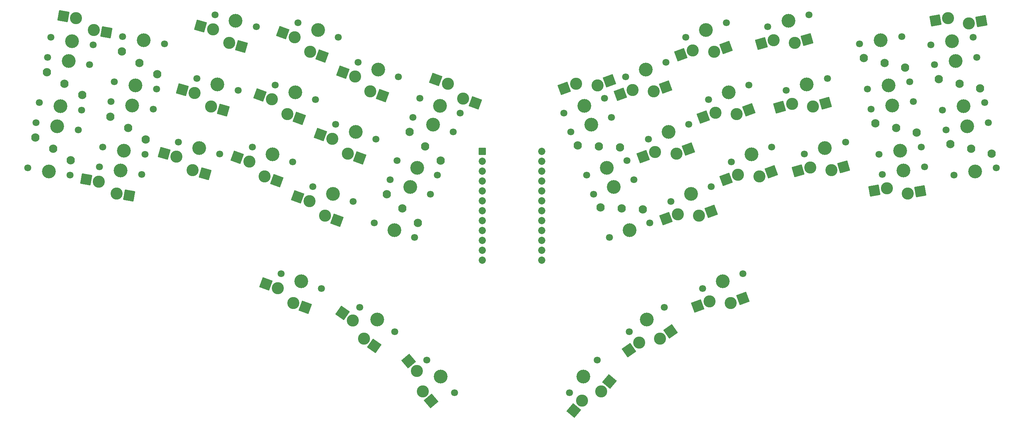
<source format=gbr>
%TF.GenerationSoftware,KiCad,Pcbnew,9.0.2*%
%TF.CreationDate,2025-06-13T21:11:19+02:00*%
%TF.ProjectId,quacken_pcb,71756163-6b65-46e5-9f70-63622e6b6963,v1.0.0*%
%TF.SameCoordinates,Original*%
%TF.FileFunction,Soldermask,Bot*%
%TF.FilePolarity,Negative*%
%FSLAX46Y46*%
G04 Gerber Fmt 4.6, Leading zero omitted, Abs format (unit mm)*
G04 Created by KiCad (PCBNEW 9.0.2) date 2025-06-13 21:11:19*
%MOMM*%
%LPD*%
G01*
G04 APERTURE LIST*
G04 Aperture macros list*
%AMRoundRect*
0 Rectangle with rounded corners*
0 $1 Rounding radius*
0 $2 $3 $4 $5 $6 $7 $8 $9 X,Y pos of 4 corners*
0 Add a 4 corners polygon primitive as box body*
4,1,4,$2,$3,$4,$5,$6,$7,$8,$9,$2,$3,0*
0 Add four circle primitives for the rounded corners*
1,1,$1+$1,$2,$3*
1,1,$1+$1,$4,$5*
1,1,$1+$1,$6,$7*
1,1,$1+$1,$8,$9*
0 Add four rect primitives between the rounded corners*
20,1,$1+$1,$2,$3,$4,$5,0*
20,1,$1+$1,$4,$5,$6,$7,0*
20,1,$1+$1,$6,$7,$8,$9,0*
20,1,$1+$1,$8,$9,$2,$3,0*%
G04 Aperture macros list end*
%ADD10C,1.801800*%
%ADD11C,3.100000*%
%ADD12C,3.529000*%
%ADD13RoundRect,0.050000X0.776974X1.666227X-1.666227X0.776974X-0.776974X-1.666227X1.666227X-0.776974X0*%
%ADD14C,2.132000*%
%ADD15RoundRect,0.050000X1.666227X0.776974X-0.776974X1.666227X-1.666227X-0.776974X0.776974X-1.666227X0*%
%ADD16RoundRect,0.050000X1.810547X0.319248X-0.319248X1.810547X-1.810547X-0.319248X0.319248X-1.810547X0*%
%ADD17RoundRect,0.050000X1.607969X0.891312X-0.891312X1.607969X-1.607969X-0.891312X0.891312X-1.607969X0*%
%ADD18RoundRect,0.050000X-1.505993X-1.054507X1.054507X-1.505993X1.505993X1.054507X-1.054507X1.505993X0*%
%ADD19RoundRect,0.050000X-0.876300X0.876300X-0.876300X-0.876300X0.876300X-0.876300X0.876300X0.876300X0*%
%ADD20C,1.852600*%
%ADD21RoundRect,0.050000X-0.160234X1.831482X-1.831482X-0.160234X0.160234X-1.831482X1.831482X0.160234X0*%
%ADD22RoundRect,0.050000X1.054507X1.505993X-1.505993X1.054507X-1.054507X-1.505993X1.505993X-1.054507X0*%
%ADD23RoundRect,0.050000X1.505993X1.054507X-1.054507X1.505993X-1.505993X-1.054507X1.054507X-1.505993X0*%
%ADD24RoundRect,0.050000X-0.776974X-1.666227X1.666227X-0.776974X0.776974X1.666227X-1.666227X0.776974X0*%
%ADD25RoundRect,0.050000X1.831482X-0.160234X0.160234X1.831482X-1.831482X0.160234X-0.160234X-1.831482X0*%
%ADD26RoundRect,0.050000X0.319248X1.810547X-1.810547X0.319248X-0.319248X-1.810547X1.810547X-0.319248X0*%
%ADD27RoundRect,0.050000X0.891312X1.607969X-1.607969X0.891312X-0.891312X-1.607969X1.607969X-0.891312X0*%
%ADD28RoundRect,0.050000X-1.054507X-1.505993X1.505993X-1.054507X1.054507X1.505993X-1.505993X1.054507X0*%
%ADD29RoundRect,0.050000X-1.666227X-0.776974X0.776974X-1.666227X1.666227X0.776974X-0.776974X1.666227X0*%
G04 APERTURE END LIST*
D10*
%TO.C,S20*%
X252733105Y-94236241D03*
D11*
X249599816Y-101708523D03*
D12*
X247564796Y-96117353D03*
D11*
X244148909Y-101351301D03*
D10*
X242396487Y-97998465D03*
D13*
X252677309Y-100588408D03*
X241071414Y-102471419D03*
%TD*%
D10*
%TO.C,S23*%
X237272225Y-104386292D03*
D11*
X234138936Y-111858574D03*
D12*
X232103916Y-106267404D03*
D11*
X228688029Y-111501352D03*
D10*
X226935607Y-108148516D03*
D13*
X237216429Y-110738459D03*
X225610534Y-112621470D03*
%TD*%
D10*
%TO.C,S27*%
X105843138Y-116424661D03*
X103794087Y-128045393D03*
D12*
X100426695Y-115469596D03*
X98377643Y-127090326D03*
D10*
X92961204Y-126135262D03*
X95010252Y-114514531D03*
D14*
X94842790Y-118343623D03*
X99402171Y-121279962D03*
X103961547Y-124216299D03*
%TD*%
D10*
%TO.C,S9*%
X162915234Y-124123286D03*
D11*
X155711909Y-127833349D03*
D12*
X157746928Y-122242178D03*
D11*
X151765890Y-124055925D03*
D10*
X152578622Y-120361070D03*
D15*
X158789401Y-128953464D03*
X148688396Y-122935808D03*
%TD*%
D10*
%TO.C,S12*%
X167787136Y-173616904D03*
D12*
X163281799Y-170462238D03*
D11*
X159869016Y-175336193D03*
X157035129Y-170666176D03*
D10*
X158776462Y-167307572D03*
D16*
X162551742Y-177214653D03*
X154352402Y-168787714D03*
%TD*%
D10*
%TO.C,S3*%
X127600179Y-111584554D03*
D11*
X120673199Y-115788053D03*
D12*
X122313240Y-110068548D03*
D11*
X116473290Y-112295091D03*
D10*
X117026301Y-108552542D03*
D17*
X123821330Y-116690767D03*
X113325159Y-111392382D03*
%TD*%
D10*
%TO.C,S28*%
X108795143Y-99682928D03*
X106746092Y-111303660D03*
D12*
X103378700Y-98727863D03*
X101329648Y-110348593D03*
D10*
X95913209Y-109393529D03*
X97962257Y-97772798D03*
D14*
X97794795Y-101601890D03*
X102354176Y-104538229D03*
X106913552Y-107474566D03*
%TD*%
D10*
%TO.C,S37*%
X218747772Y-138281125D03*
X222783611Y-149369500D03*
D12*
X227951920Y-147488388D03*
X223916083Y-136400014D03*
D10*
X229084392Y-134518906D03*
X233120229Y-145607276D03*
D14*
X231350707Y-142207455D03*
X225934003Y-141944201D03*
X220517295Y-141680950D03*
%TD*%
D10*
%TO.C,S39*%
X79645322Y-97995488D03*
D11*
X86094972Y-93090946D03*
D12*
X85061765Y-98950553D03*
D11*
X90636983Y-96125765D03*
D10*
X90478208Y-99905618D03*
D18*
X82869727Y-92522249D03*
X93862228Y-96694462D03*
%TD*%
D19*
%TO.C,MCU1*%
X190212593Y-127246948D03*
D20*
X190212592Y-129786947D03*
X190212591Y-132326949D03*
X190212591Y-134866948D03*
X190212589Y-137406947D03*
X190212594Y-139946948D03*
X190212594Y-142486947D03*
X190212591Y-145026950D03*
X190212592Y-147566950D03*
X190212591Y-150106948D03*
X190212591Y-152646949D03*
X190212591Y-155186949D03*
X205452593Y-127246947D03*
X205452593Y-129786947D03*
X205452593Y-132326948D03*
X205452592Y-134866946D03*
X205452593Y-137406946D03*
X205452590Y-139946949D03*
X205452590Y-142486948D03*
X205452595Y-145026949D03*
X205452593Y-147566948D03*
X205452593Y-150106947D03*
X205452592Y-152646949D03*
X205452591Y-155186948D03*
%TD*%
D10*
%TO.C,S26*%
X219650830Y-180837103D03*
D12*
X216115496Y-185050348D03*
D11*
X220673458Y-188874935D03*
X215774226Y-191291024D03*
D10*
X212580162Y-189263593D03*
D21*
X222778588Y-186366139D03*
X213669092Y-193799821D03*
%TD*%
D10*
%TO.C,S7*%
X153268703Y-97998450D03*
D11*
X146065378Y-101708513D03*
D12*
X148100397Y-96117342D03*
D11*
X142119359Y-97931089D03*
D10*
X142932091Y-94236234D03*
D15*
X149142870Y-102828628D03*
X139041865Y-96810972D03*
%TD*%
D10*
%TO.C,S30*%
X297702926Y-97772797D03*
X299751971Y-109393528D03*
D12*
X292286482Y-98727860D03*
X294335527Y-110348593D03*
D10*
X288919088Y-111303654D03*
X286870038Y-99682923D03*
D14*
X288022306Y-103338371D03*
X293311006Y-104538226D03*
X298599707Y-105738081D03*
%TD*%
D10*
%TO.C,S8*%
X157100897Y-140098060D03*
D11*
X149897572Y-143808123D03*
D12*
X151932591Y-138216952D03*
D11*
X145951553Y-140030699D03*
D10*
X146764285Y-136335844D03*
D15*
X152975064Y-144928238D03*
X142874059Y-138910582D03*
%TD*%
D10*
%TO.C,S22*%
X243086560Y-120361063D03*
D11*
X239953271Y-127833345D03*
D12*
X237918251Y-122242175D03*
D11*
X234502364Y-127476123D03*
D10*
X232749942Y-124123287D03*
D13*
X243030764Y-126713230D03*
X231424869Y-128596241D03*
%TD*%
D10*
%TO.C,S10*%
X168729586Y-108148510D03*
D11*
X161526261Y-111858573D03*
D12*
X163561280Y-106267402D03*
D11*
X157580242Y-108081149D03*
D10*
X158392974Y-104386294D03*
D15*
X164603753Y-112978688D03*
X154502748Y-106961032D03*
%TD*%
D10*
%TO.C,S11*%
X148960826Y-162462735D03*
D11*
X141757501Y-166172798D03*
D12*
X143792520Y-160581627D03*
D11*
X137811482Y-162395374D03*
D10*
X138624214Y-158700519D03*
D15*
X144834993Y-167292913D03*
X134733988Y-161275257D03*
%TD*%
D10*
%TO.C,S14*%
X303606964Y-131256269D03*
D11*
X299223727Y-138070937D03*
D12*
X298190520Y-132211332D03*
D11*
X293917662Y-136772602D03*
D10*
X292774076Y-133166395D03*
D22*
X302448976Y-137502239D03*
X290692417Y-137341300D03*
%TD*%
D10*
%TO.C,S32*%
X76693306Y-114737210D03*
X78742357Y-103116478D03*
D12*
X82109749Y-115692275D03*
X84158801Y-104071545D03*
D10*
X89575240Y-105026609D03*
X87526192Y-116647340D03*
D14*
X87693654Y-112818248D03*
X83134273Y-109881909D03*
X78574897Y-106945572D03*
%TD*%
D10*
%TO.C,S33*%
X166580799Y-134518915D03*
X162544962Y-145607291D03*
D12*
X171749106Y-136400025D03*
X167713269Y-147488399D03*
D10*
X172881576Y-149369507D03*
X176917415Y-138281137D03*
D14*
X173711409Y-145627670D03*
X169731187Y-141944212D03*
X165750967Y-138260760D03*
%TD*%
D10*
%TO.C,S35*%
X311091022Y-133389077D03*
X309041977Y-121768346D03*
D12*
X316507466Y-132434014D03*
X314458421Y-120813281D03*
D10*
X319874860Y-119858220D03*
X321923910Y-131478951D03*
D14*
X320771642Y-127823503D03*
X315482942Y-126623648D03*
X310194241Y-125423793D03*
%TD*%
D10*
%TO.C,S1*%
X102891117Y-133166396D03*
D11*
X96441467Y-138070938D03*
D12*
X97474674Y-132211331D03*
D11*
X91899456Y-135036119D03*
D10*
X92058231Y-131256266D03*
D23*
X99666712Y-138639635D03*
X88674211Y-134467422D03*
%TD*%
D10*
%TO.C,S21*%
X248900905Y-136335842D03*
D11*
X245767616Y-143808124D03*
D12*
X243732596Y-138216954D03*
D11*
X240316709Y-143450902D03*
D10*
X238564287Y-140098066D03*
D13*
X248845109Y-142688009D03*
X237239214Y-144571020D03*
%TD*%
D10*
%TO.C,S18*%
X264361790Y-126185788D03*
D11*
X261228501Y-133658070D03*
D12*
X259193481Y-128066900D03*
D11*
X255777594Y-133300848D03*
D10*
X254025172Y-129948012D03*
D13*
X264305994Y-132537955D03*
X252700099Y-134420966D03*
%TD*%
D10*
%TO.C,S34*%
X172395139Y-118544133D03*
X168359302Y-129632509D03*
D12*
X177563446Y-120425243D03*
X173527609Y-131513617D03*
D10*
X178695916Y-133394725D03*
X182731755Y-122306355D03*
D14*
X179525749Y-129652888D03*
X175545527Y-125969430D03*
X171565307Y-122285978D03*
%TD*%
D10*
%TO.C,S24*%
X257040989Y-158700522D03*
D11*
X253907700Y-166172804D03*
D12*
X251872680Y-160581634D03*
D11*
X248456793Y-165815582D03*
D10*
X246704371Y-162462746D03*
D13*
X256985193Y-165052689D03*
X245379298Y-166935700D03*
%TD*%
D10*
%TO.C,S42*%
X211154933Y-117419957D03*
D11*
X214288222Y-109947675D03*
D12*
X216323242Y-115538845D03*
D11*
X219739129Y-110304897D03*
D10*
X221491551Y-113657733D03*
D24*
X211210729Y-111067790D03*
X222816624Y-109184779D03*
%TD*%
D10*
%TO.C,S38*%
X212933434Y-122306351D03*
X216969273Y-133394726D03*
D12*
X222137582Y-131513614D03*
X218101745Y-120425240D03*
D10*
X223270054Y-118544132D03*
X227305891Y-129632502D03*
D14*
X225536369Y-126232681D03*
X220119665Y-125969427D03*
X214702957Y-125706176D03*
%TD*%
D10*
%TO.C,S13*%
X183085031Y-189263600D03*
D11*
X174991736Y-188874940D03*
D12*
X179549698Y-185050356D03*
D11*
X173463094Y-183630589D03*
D10*
X176014365Y-180837112D03*
D25*
X177096863Y-191383739D03*
X171357966Y-181121789D03*
%TD*%
D10*
%TO.C,S4*%
X132286027Y-95243116D03*
D11*
X125359047Y-99446615D03*
D12*
X126999088Y-93727110D03*
D11*
X121159138Y-95953653D03*
D10*
X121712149Y-92211104D03*
D17*
X128507178Y-100349329D03*
X118011007Y-95050944D03*
%TD*%
D10*
%TO.C,S25*%
X236888729Y-167307560D03*
D11*
X235796173Y-175336185D03*
D12*
X232383393Y-170462230D03*
D11*
X230438542Y-176401933D03*
D10*
X227878057Y-173616900D03*
D26*
X238478895Y-173457721D03*
X227755820Y-178280394D03*
%TD*%
D10*
%TO.C,S17*%
X273953047Y-92211091D03*
D11*
X270306152Y-99446605D03*
D12*
X268666109Y-93727097D03*
D11*
X264893441Y-98710015D03*
D10*
X263379171Y-95243103D03*
D27*
X273454286Y-98543891D03*
X261745308Y-99612726D03*
%TD*%
D10*
%TO.C,S6*%
X147454360Y-113973229D03*
D11*
X140251035Y-117683292D03*
D12*
X142286054Y-112092121D03*
D11*
X136305016Y-113905868D03*
D10*
X137117748Y-110211013D03*
D15*
X143328527Y-118803407D03*
X133227522Y-112785751D03*
%TD*%
D10*
%TO.C,S36*%
X308138996Y-116647334D03*
X306089951Y-105026603D03*
D12*
X313555440Y-115692271D03*
X311506395Y-104071538D03*
D10*
X316922834Y-103116477D03*
X318971884Y-114737208D03*
D14*
X317819616Y-111081760D03*
X312530916Y-109881905D03*
X307242215Y-108682050D03*
%TD*%
D10*
%TO.C,S29*%
X300654949Y-114514532D03*
X302703994Y-126135263D03*
D12*
X295238505Y-115469595D03*
X297287550Y-127090328D03*
D10*
X291871111Y-128045389D03*
X289822061Y-116424658D03*
D14*
X290974329Y-120080106D03*
X296263029Y-121279961D03*
X301551730Y-122479816D03*
%TD*%
D10*
%TO.C,S31*%
X73741282Y-131478939D03*
X75790333Y-119858207D03*
D12*
X79157725Y-132434004D03*
X81206777Y-120813274D03*
D10*
X86623216Y-121768338D03*
X84574168Y-133389069D03*
D14*
X84741630Y-129559977D03*
X80182249Y-126623638D03*
X75622873Y-123687301D03*
%TD*%
D10*
%TO.C,S15*%
X283324721Y-124893989D03*
D11*
X279677826Y-132129503D03*
D12*
X278037783Y-126409995D03*
D11*
X274265115Y-131392913D03*
D10*
X272750845Y-127926001D03*
D27*
X282825960Y-131226789D03*
X271116982Y-132295624D03*
%TD*%
D10*
%TO.C,S5*%
X141640022Y-129948004D03*
D11*
X134436697Y-133658067D03*
D12*
X136471716Y-128066896D03*
D11*
X130490678Y-129880643D03*
D10*
X131303410Y-126185788D03*
D15*
X137514189Y-134778182D03*
X127413184Y-128760526D03*
%TD*%
D10*
%TO.C,S16*%
X278638878Y-108552545D03*
D11*
X274991983Y-115788059D03*
D12*
X273351940Y-110068551D03*
D11*
X269579272Y-115051469D03*
D10*
X268065002Y-111584557D03*
D27*
X278140117Y-114885345D03*
X266431139Y-115954180D03*
%TD*%
D10*
%TO.C,S41*%
X305186984Y-99905608D03*
D11*
X309570221Y-93090940D03*
D12*
X310603428Y-98950545D03*
D11*
X314876286Y-94389275D03*
D10*
X316019872Y-97995482D03*
D28*
X306344972Y-93659638D03*
X318101531Y-93820577D03*
%TD*%
D10*
%TO.C,S40*%
X174173647Y-113657735D03*
D11*
X181376973Y-109947672D03*
D12*
X179341954Y-115538843D03*
D11*
X185322992Y-113725096D03*
D10*
X184510261Y-117419951D03*
D29*
X178299481Y-108827557D03*
X188400486Y-114845213D03*
%TD*%
D10*
%TO.C,S19*%
X258547449Y-110211001D03*
D11*
X255414160Y-117683283D03*
D12*
X253379140Y-112092113D03*
D11*
X249963253Y-117326061D03*
D10*
X248210831Y-113973225D03*
D13*
X258491653Y-116563168D03*
X246885758Y-118446179D03*
%TD*%
D10*
%TO.C,S2*%
X122914350Y-127926007D03*
D11*
X115987370Y-132129506D03*
D12*
X117627411Y-126410001D03*
D11*
X111787461Y-128636544D03*
D10*
X112340472Y-124893995D03*
D17*
X119135501Y-133032220D03*
X108639330Y-127733835D03*
%TD*%
M02*

</source>
